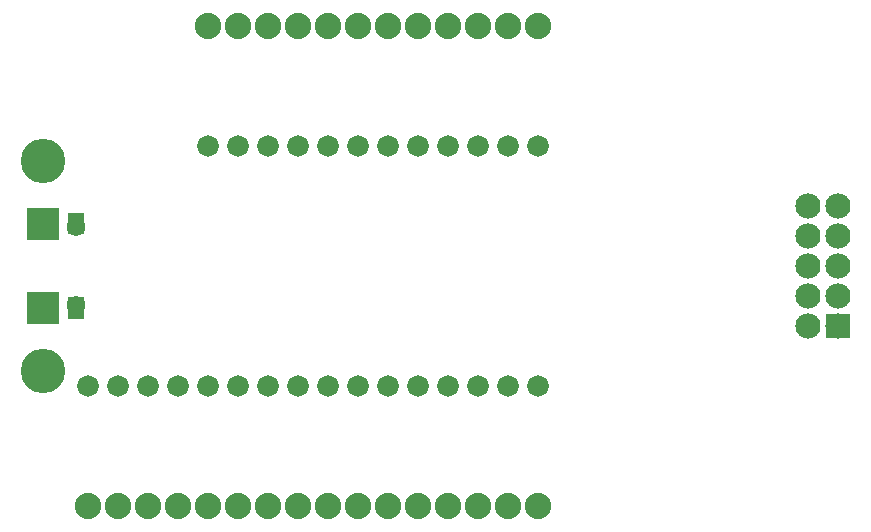
<source format=gts>
G04 MADE WITH FRITZING*
G04 WWW.FRITZING.ORG*
G04 DOUBLE SIDED*
G04 HOLES PLATED*
G04 CONTOUR ON CENTER OF CONTOUR VECTOR*
%ASAXBY*%
%FSLAX23Y23*%
%MOIN*%
%OFA0B0*%
%SFA1.0B1.0*%
%ADD10C,0.148425*%
%ADD11C,0.105000*%
%ADD12C,0.061496*%
%ADD13C,0.072000*%
%ADD14C,0.084000*%
%ADD15C,0.088000*%
%ADD16R,0.105000X0.105000*%
%ADD17R,0.084000X0.084000*%
%ADD18R,0.001000X0.001000*%
%LNMASK1*%
G90*
G70*
G54D10*
X189Y600D03*
G54D11*
X189Y1092D03*
G54D12*
X299Y1080D03*
G54D13*
X1839Y550D03*
X1739Y550D03*
X1639Y550D03*
X1539Y550D03*
X1439Y550D03*
X1339Y550D03*
X1239Y550D03*
X1139Y550D03*
X1039Y550D03*
G54D10*
X189Y1300D03*
G54D13*
X939Y550D03*
X839Y550D03*
X739Y550D03*
X639Y550D03*
X539Y550D03*
X439Y550D03*
X339Y550D03*
X739Y1350D03*
X839Y1350D03*
X939Y1350D03*
X1039Y1350D03*
X1139Y1350D03*
X1239Y1350D03*
X1339Y1350D03*
X1439Y1350D03*
X1539Y1350D03*
X1639Y1350D03*
X1739Y1350D03*
X1839Y1350D03*
G54D12*
X299Y820D03*
G54D11*
X189Y809D03*
G54D14*
X2739Y750D03*
X2739Y850D03*
X2739Y950D03*
X2739Y1050D03*
X2739Y1150D03*
X2839Y750D03*
X2839Y850D03*
X2839Y950D03*
X2839Y1050D03*
X2839Y1150D03*
G54D15*
X1839Y1750D03*
X1739Y1750D03*
X1639Y1750D03*
X1539Y1750D03*
X1439Y1750D03*
X1339Y1750D03*
X1239Y1750D03*
X1139Y1750D03*
X1039Y1750D03*
X939Y1750D03*
X839Y1750D03*
X739Y1750D03*
X1839Y150D03*
X1739Y150D03*
X1639Y150D03*
X1539Y150D03*
X1439Y150D03*
X1339Y150D03*
X1239Y150D03*
X1139Y150D03*
X1039Y150D03*
X939Y150D03*
X839Y150D03*
X739Y150D03*
X639Y150D03*
X539Y150D03*
X439Y150D03*
X339Y150D03*
G54D16*
X189Y1092D03*
X189Y809D03*
G54D17*
X2839Y750D03*
G54D18*
X274Y1127D02*
X324Y1127D01*
X274Y1126D02*
X324Y1126D01*
X274Y1125D02*
X324Y1125D01*
X274Y1124D02*
X324Y1124D01*
X274Y1123D02*
X324Y1123D01*
X274Y1122D02*
X324Y1122D01*
X274Y1121D02*
X324Y1121D01*
X274Y1120D02*
X324Y1120D01*
X274Y1119D02*
X324Y1119D01*
X274Y1118D02*
X324Y1118D01*
X274Y1117D02*
X324Y1117D01*
X274Y1116D02*
X324Y1116D01*
X274Y1115D02*
X324Y1115D01*
X274Y1114D02*
X324Y1114D01*
X274Y1113D02*
X324Y1113D01*
X274Y1112D02*
X324Y1112D01*
X274Y1111D02*
X324Y1111D01*
X274Y1110D02*
X324Y1110D01*
X274Y1109D02*
X324Y1109D01*
X274Y1108D02*
X324Y1108D01*
X274Y1107D02*
X324Y1107D01*
X274Y1106D02*
X324Y1106D01*
X274Y1105D02*
X324Y1105D01*
X274Y1104D02*
X324Y1104D01*
X274Y1103D02*
X324Y1103D01*
X274Y1102D02*
X324Y1102D01*
X274Y1101D02*
X324Y1101D01*
X274Y1100D02*
X324Y1100D01*
X274Y1099D02*
X324Y1099D01*
X274Y1098D02*
X324Y1098D01*
X274Y1097D02*
X324Y1097D01*
X274Y1096D02*
X294Y1096D01*
X303Y1096D02*
X324Y1096D01*
X274Y1095D02*
X291Y1095D01*
X306Y1095D02*
X324Y1095D01*
X274Y1094D02*
X290Y1094D01*
X308Y1094D02*
X324Y1094D01*
X274Y1093D02*
X288Y1093D01*
X309Y1093D02*
X324Y1093D01*
X274Y1092D02*
X287Y1092D01*
X310Y1092D02*
X324Y1092D01*
X274Y1091D02*
X286Y1091D01*
X311Y1091D02*
X324Y1091D01*
X274Y1090D02*
X286Y1090D01*
X312Y1090D02*
X324Y1090D01*
X274Y1089D02*
X285Y1089D01*
X313Y1089D02*
X324Y1089D01*
X274Y1088D02*
X284Y1088D01*
X313Y1088D02*
X324Y1088D01*
X274Y1087D02*
X284Y1087D01*
X314Y1087D02*
X324Y1087D01*
X274Y1086D02*
X283Y1086D01*
X314Y1086D02*
X324Y1086D01*
X274Y1085D02*
X283Y1085D01*
X314Y1085D02*
X324Y1085D01*
X273Y1084D02*
X283Y1084D01*
X315Y1084D02*
X324Y1084D01*
X273Y1083D02*
X283Y1083D01*
X315Y1083D02*
X324Y1083D01*
X273Y1082D02*
X283Y1082D01*
X315Y1082D02*
X324Y1082D01*
X273Y1081D02*
X283Y1081D01*
X315Y1081D02*
X324Y1081D01*
X273Y1080D02*
X283Y1080D01*
X315Y1080D02*
X324Y1080D01*
X273Y1079D02*
X283Y1079D01*
X315Y1079D02*
X324Y1079D01*
X273Y1078D02*
X283Y1078D01*
X315Y1078D02*
X324Y1078D01*
X273Y1077D02*
X283Y1077D01*
X315Y1077D02*
X324Y1077D01*
X274Y1076D02*
X283Y1076D01*
X314Y1076D02*
X324Y1076D01*
X274Y1075D02*
X284Y1075D01*
X314Y1075D02*
X324Y1075D01*
X274Y1074D02*
X284Y1074D01*
X314Y1074D02*
X324Y1074D01*
X274Y1073D02*
X285Y1073D01*
X313Y1073D02*
X324Y1073D01*
X274Y1072D02*
X285Y1072D01*
X312Y1072D02*
X324Y1072D01*
X274Y1071D02*
X286Y1071D01*
X312Y1071D02*
X324Y1071D01*
X274Y1070D02*
X287Y1070D01*
X311Y1070D02*
X324Y1070D01*
X274Y1069D02*
X288Y1069D01*
X310Y1069D02*
X324Y1069D01*
X274Y1068D02*
X289Y1068D01*
X308Y1068D02*
X324Y1068D01*
X274Y1067D02*
X291Y1067D01*
X307Y1067D02*
X324Y1067D01*
X274Y1066D02*
X293Y1066D01*
X305Y1066D02*
X324Y1066D01*
X274Y1065D02*
X324Y1065D01*
X274Y1064D02*
X324Y1064D01*
X274Y1063D02*
X324Y1063D01*
X274Y1062D02*
X324Y1062D01*
X274Y1061D02*
X324Y1061D01*
X274Y1060D02*
X324Y1060D01*
X274Y1059D02*
X324Y1059D01*
X274Y1058D02*
X324Y1058D01*
X274Y1057D02*
X324Y1057D01*
X274Y1056D02*
X324Y1056D01*
X295Y1055D02*
X303Y1055D01*
X274Y846D02*
X324Y846D01*
X274Y845D02*
X324Y845D01*
X274Y844D02*
X324Y844D01*
X274Y843D02*
X324Y843D01*
X274Y842D02*
X324Y842D01*
X274Y841D02*
X324Y841D01*
X274Y840D02*
X324Y840D01*
X274Y839D02*
X324Y839D01*
X274Y838D02*
X324Y838D01*
X274Y837D02*
X324Y837D01*
X274Y836D02*
X294Y836D01*
X304Y836D02*
X324Y836D01*
X274Y835D02*
X291Y835D01*
X306Y835D02*
X324Y835D01*
X274Y834D02*
X289Y834D01*
X308Y834D02*
X324Y834D01*
X274Y833D02*
X288Y833D01*
X309Y833D02*
X324Y833D01*
X274Y832D02*
X287Y832D01*
X310Y832D02*
X324Y832D01*
X274Y831D02*
X286Y831D01*
X311Y831D02*
X324Y831D01*
X274Y830D02*
X285Y830D01*
X312Y830D02*
X324Y830D01*
X274Y829D02*
X285Y829D01*
X313Y829D02*
X324Y829D01*
X274Y828D02*
X284Y828D01*
X313Y828D02*
X324Y828D01*
X274Y827D02*
X284Y827D01*
X314Y827D02*
X324Y827D01*
X274Y826D02*
X283Y826D01*
X314Y826D02*
X324Y826D01*
X274Y825D02*
X283Y825D01*
X315Y825D02*
X324Y825D01*
X273Y824D02*
X283Y824D01*
X315Y824D02*
X324Y824D01*
X273Y823D02*
X283Y823D01*
X315Y823D02*
X324Y823D01*
X273Y822D02*
X283Y822D01*
X315Y822D02*
X324Y822D01*
X273Y821D02*
X283Y821D01*
X315Y821D02*
X324Y821D01*
X273Y820D02*
X283Y820D01*
X315Y820D02*
X324Y820D01*
X273Y819D02*
X283Y819D01*
X315Y819D02*
X324Y819D01*
X273Y818D02*
X283Y818D01*
X315Y818D02*
X324Y818D01*
X273Y817D02*
X283Y817D01*
X315Y817D02*
X324Y817D01*
X274Y816D02*
X283Y816D01*
X314Y816D02*
X324Y816D01*
X274Y815D02*
X284Y815D01*
X314Y815D02*
X324Y815D01*
X274Y814D02*
X284Y814D01*
X313Y814D02*
X324Y814D01*
X274Y813D02*
X285Y813D01*
X313Y813D02*
X324Y813D01*
X274Y812D02*
X285Y812D01*
X312Y812D02*
X324Y812D01*
X274Y811D02*
X286Y811D01*
X311Y811D02*
X324Y811D01*
X274Y810D02*
X287Y810D01*
X311Y810D02*
X324Y810D01*
X274Y809D02*
X288Y809D01*
X309Y809D02*
X324Y809D01*
X274Y808D02*
X289Y808D01*
X308Y808D02*
X324Y808D01*
X274Y807D02*
X291Y807D01*
X307Y807D02*
X324Y807D01*
X274Y806D02*
X293Y806D01*
X304Y806D02*
X324Y806D01*
X274Y805D02*
X324Y805D01*
X274Y804D02*
X324Y804D01*
X274Y803D02*
X324Y803D01*
X274Y802D02*
X324Y802D01*
X274Y801D02*
X324Y801D01*
X274Y800D02*
X324Y800D01*
X274Y799D02*
X324Y799D01*
X274Y798D02*
X324Y798D01*
X274Y797D02*
X324Y797D01*
X274Y796D02*
X324Y796D01*
X274Y795D02*
X324Y795D01*
X274Y794D02*
X324Y794D01*
X274Y793D02*
X324Y793D01*
X274Y792D02*
X324Y792D01*
X274Y791D02*
X324Y791D01*
X274Y790D02*
X324Y790D01*
X274Y789D02*
X324Y789D01*
X274Y788D02*
X324Y788D01*
X274Y787D02*
X324Y787D01*
X274Y786D02*
X324Y786D01*
X274Y785D02*
X324Y785D01*
X274Y784D02*
X324Y784D01*
X274Y783D02*
X324Y783D01*
X274Y782D02*
X324Y782D01*
X274Y781D02*
X324Y781D01*
X274Y780D02*
X324Y780D01*
X274Y779D02*
X324Y779D01*
X274Y778D02*
X324Y778D01*
X274Y777D02*
X324Y777D01*
X274Y776D02*
X324Y776D01*
X274Y775D02*
X324Y775D01*
D02*
G04 End of Mask1*
M02*
</source>
